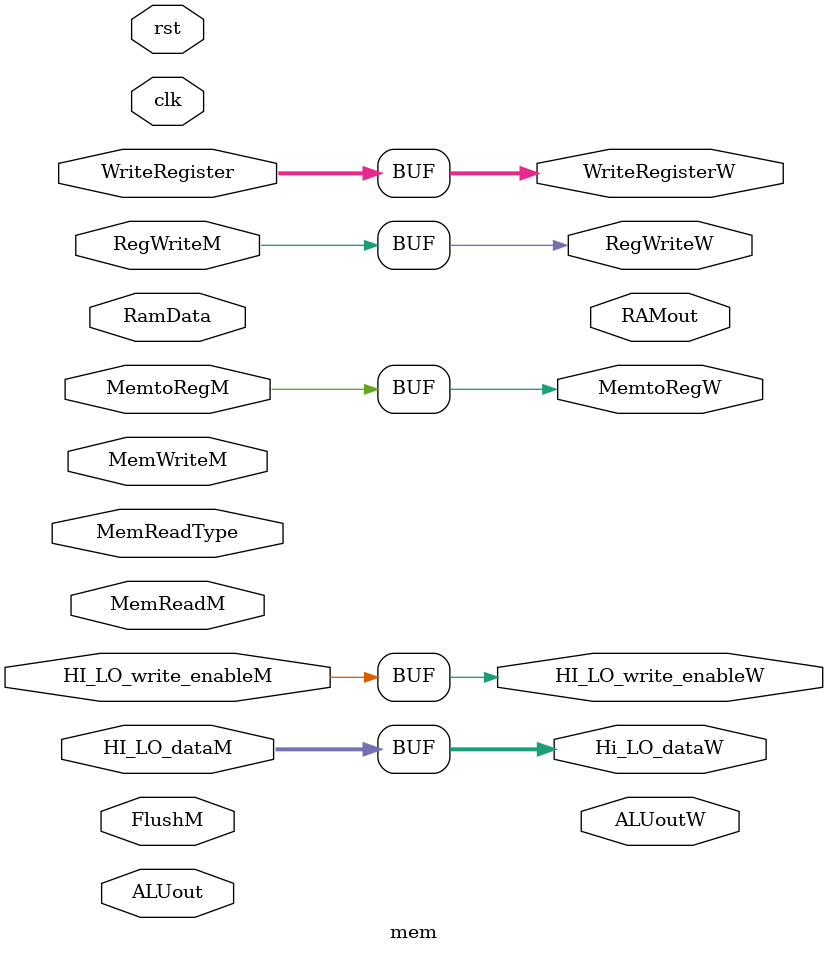
<source format=v>
`timescale 1ns / 1ps


module mem(
input clk,
input rst,
input HI_LO_write_enableM,
input [31:0] HI_LO_dataM,
input [2:0] MemReadType,
input RegWriteM,
input MemReadM,
input MemtoRegM,
input MemWriteM,
input [31:0] ALUout,
input [31:0] RamData,
input [5:0] WriteRegister,
input FlushM,
output MemtoRegW,
output RegWriteW,
output HI_LO_write_enableW,
output [31:0] Hi_LO_dataW,
output [31:0] RAMout,
output [31:0] ALUoutW,
output [5:0] WriteRegisterW
    );
wire [31:0] RAMtmp;
reg [3:0] calWE;
reg [31:0] ramout;
RAM_31_24 RAMHI(ALUout[8:2],ALUout[31:24],clk,calWE[3]&MemWriteM,RAMtmp[31:24]);
RAM_23_16 RAMMH(ALUout[8:2],ALUout[31:24],clk,calWE[2]&MemWriteM,RAMtmp[23:16]);
RAM_15_8  RAMML(ALUout[8:2],ALUout[31:24],clk,calWE[1]&MemWriteM,RAMtmp[15:8]);
RAM_7_0   RAMLO(ALUout[8:2],ALUout[31:24],clk,calWE[0]&MemWriteM,RAMtmp[7:0]);

always@(*)
begin
    if (MemReadType[1:0]==2'b00)
    begin
        if (ALUout[1:0]==2'b00)
        begin
            calWE[3:0]=4'b1000;
            if (MemReadType[2]==0) ramout={24'b0,RAMtmp[31:24]};
            else ramout={{24{RAMtmp[31]}},RAMtmp[31:24]};
        end
        else if (ALUout[1:0]==2'b01) 
        begin
            calWE[3:0]=4'b0100;
            if (MemReadType[2]==0) ramout={24'b0,RAMtmp[23:16]};
            else ramout={{24{RAMtmp[23]}},RAMtmp[23:16]};
        end
        else if (ALUout[1:0]==2'b10)
        begin
            calWE[3:0]=4'b0010;
            if (MemReadType[2]==0) ramout={24'b0,RAMtmp[15:8]};
            else ramout={{24{RAMtmp[15]}},RAMtmp[15:8]};
        end
        else if (ALUout[1:0]==2'b11)
        begin
            calWE[3:0]=4'b0001;
            if (MemReadType[2]==0) ramout={24'b0,RAMtmp[7:0]};
            else ramout={{24{RAMtmp[7]}},RAMtmp[7:0]};
        end
    end
    else if (MemReadType[1:0]==2'b01)
    begin
        if (ALUout[1:0]==2'b00)
        begin
            calWE[3:0]=4'b1100;
            if (MemReadType[2]==0) ramout={16'b0,RAMtmp[31:16]};
            else ramout={{16{RAMtmp[31]}},RAMtmp[31:16]};
        end
        else if (ALUout[1:0]==2'b10)
        begin
            calWE[3:0]=4'b0011;
            if (MemReadType[2]==0) ramout={16'b0,RAMtmp[15:0]};
            else ramout={{16{RAMtmp[15]}},RAMtmp[15:0]};
        end
    end
    else if (MemReadType[1:0]==2'b10) calWE[3:0]=4'b1111;
end

assign MemtoRegW=MemtoRegM;
assign HI_LO_write_enableW=HI_LO_write_enableM;
assign RegWriteW=RegWriteM;
assign WriteRegisterW=WriteRegister;
assign Hi_LO_dataW=HI_LO_dataM;

endmodule

</source>
